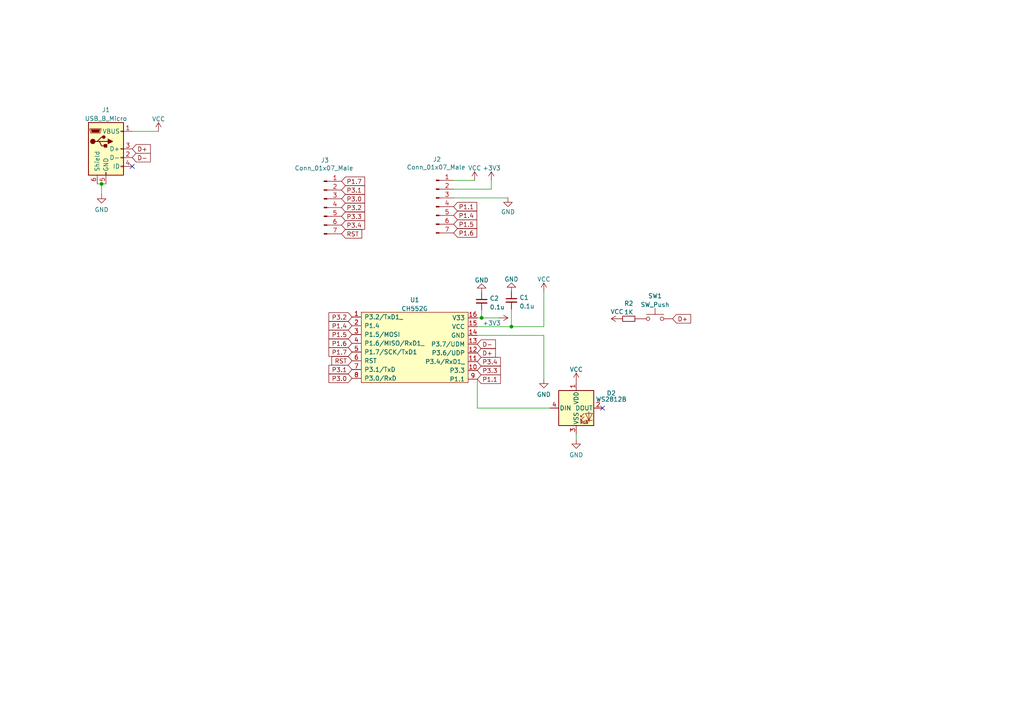
<source format=kicad_sch>
(kicad_sch (version 20211123) (generator eeschema)

  (uuid e63e39d7-6ac0-4ffd-8aa3-1841a4541b55)

  (paper "A4")

  (lib_symbols
    (symbol "CH55X:CH552G" (pin_names (offset 1.016)) (in_bom yes) (on_board yes)
      (property "Reference" "U" (id 0) (at 0 -1.27 0)
        (effects (font (size 1.27 1.27)))
      )
      (property "Value" "CH552G" (id 1) (at -5.08 -1.27 0)
        (effects (font (size 1.27 1.27)))
      )
      (property "Footprint" "Package_SO:SOIC-16_4.55x10.3mm_P1.27mm" (id 2) (at 0 -1.27 0)
        (effects (font (size 1.27 1.27)) hide)
      )
      (property "Datasheet" "" (id 3) (at 0 -1.27 0)
        (effects (font (size 1.27 1.27)) hide)
      )
      (symbol "CH552G_0_1"
        (rectangle (start -4.953 20.447) (end 26.035 0)
          (stroke (width 0) (type default) (color 0 0 0 0))
          (fill (type background))
        )
      )
      (symbol "CH552G_1_1"
        (pin bidirectional line (at -7.62 19.05 0) (length 2.54)
          (name "P3.2/TxD1_" (effects (font (size 1.27 1.27))))
          (number "1" (effects (font (size 1.27 1.27))))
        )
        (pin bidirectional line (at 28.702 3.556 180) (length 2.54)
          (name "P3.3" (effects (font (size 1.27 1.27))))
          (number "10" (effects (font (size 1.27 1.27))))
        )
        (pin bidirectional line (at 28.702 6.096 180) (length 2.54)
          (name "P3.4/RxD1_" (effects (font (size 1.27 1.27))))
          (number "11" (effects (font (size 1.27 1.27))))
        )
        (pin input line (at 28.702 8.636 180) (length 2.54)
          (name "P3.6/UDP" (effects (font (size 1.27 1.27))))
          (number "12" (effects (font (size 1.27 1.27))))
        )
        (pin input line (at 28.702 11.176 180) (length 2.54)
          (name "P3.7/UDM" (effects (font (size 1.27 1.27))))
          (number "13" (effects (font (size 1.27 1.27))))
        )
        (pin power_out line (at 28.702 13.716 180) (length 2.54)
          (name "GND" (effects (font (size 1.27 1.27))))
          (number "14" (effects (font (size 1.27 1.27))))
        )
        (pin power_in line (at 28.702 16.256 180) (length 2.54)
          (name "VCC" (effects (font (size 1.27 1.27))))
          (number "15" (effects (font (size 1.27 1.27))))
        )
        (pin power_in line (at 28.702 18.796 180) (length 2.54)
          (name "V33" (effects (font (size 1.27 1.27))))
          (number "16" (effects (font (size 1.27 1.27))))
        )
        (pin bidirectional line (at -7.62 16.51 0) (length 2.54)
          (name "P1.4" (effects (font (size 1.27 1.27))))
          (number "2" (effects (font (size 1.27 1.27))))
        )
        (pin bidirectional line (at -7.62 13.97 0) (length 2.54)
          (name "P1.5/MOSI" (effects (font (size 1.27 1.27))))
          (number "3" (effects (font (size 1.27 1.27))))
        )
        (pin bidirectional line (at -7.62 11.43 0) (length 2.54)
          (name "P1.6/MISO/RxD1_" (effects (font (size 1.27 1.27))))
          (number "4" (effects (font (size 1.27 1.27))))
        )
        (pin bidirectional line (at -7.62 8.89 0) (length 2.54)
          (name "P1.7/SCK/TxD1" (effects (font (size 1.27 1.27))))
          (number "5" (effects (font (size 1.27 1.27))))
        )
        (pin input line (at -7.62 6.35 0) (length 2.54)
          (name "RST" (effects (font (size 1.27 1.27))))
          (number "6" (effects (font (size 1.27 1.27))))
        )
        (pin bidirectional line (at -7.62 3.81 0) (length 2.54)
          (name "P3.1/TxD" (effects (font (size 1.27 1.27))))
          (number "7" (effects (font (size 1.27 1.27))))
        )
        (pin bidirectional line (at -7.62 1.27 0) (length 2.54)
          (name "P3.0/RxD" (effects (font (size 1.27 1.27))))
          (number "8" (effects (font (size 1.27 1.27))))
        )
        (pin bidirectional line (at 28.702 1.016 180) (length 2.54)
          (name "P1.1" (effects (font (size 1.27 1.27))))
          (number "9" (effects (font (size 1.27 1.27))))
        )
      )
    )
    (symbol "Connector:Conn_01x07_Male" (pin_names (offset 1.016) hide) (in_bom yes) (on_board yes)
      (property "Reference" "J" (id 0) (at 0 10.16 0)
        (effects (font (size 1.27 1.27)))
      )
      (property "Value" "Conn_01x07_Male" (id 1) (at 0 -10.16 0)
        (effects (font (size 1.27 1.27)))
      )
      (property "Footprint" "" (id 2) (at 0 0 0)
        (effects (font (size 1.27 1.27)) hide)
      )
      (property "Datasheet" "~" (id 3) (at 0 0 0)
        (effects (font (size 1.27 1.27)) hide)
      )
      (property "ki_keywords" "connector" (id 4) (at 0 0 0)
        (effects (font (size 1.27 1.27)) hide)
      )
      (property "ki_description" "Generic connector, single row, 01x07, script generated (kicad-library-utils/schlib/autogen/connector/)" (id 5) (at 0 0 0)
        (effects (font (size 1.27 1.27)) hide)
      )
      (property "ki_fp_filters" "Connector*:*_1x??_*" (id 6) (at 0 0 0)
        (effects (font (size 1.27 1.27)) hide)
      )
      (symbol "Conn_01x07_Male_1_1"
        (polyline
          (pts
            (xy 1.27 -7.62)
            (xy 0.8636 -7.62)
          )
          (stroke (width 0.1524) (type default) (color 0 0 0 0))
          (fill (type none))
        )
        (polyline
          (pts
            (xy 1.27 -5.08)
            (xy 0.8636 -5.08)
          )
          (stroke (width 0.1524) (type default) (color 0 0 0 0))
          (fill (type none))
        )
        (polyline
          (pts
            (xy 1.27 -2.54)
            (xy 0.8636 -2.54)
          )
          (stroke (width 0.1524) (type default) (color 0 0 0 0))
          (fill (type none))
        )
        (polyline
          (pts
            (xy 1.27 0)
            (xy 0.8636 0)
          )
          (stroke (width 0.1524) (type default) (color 0 0 0 0))
          (fill (type none))
        )
        (polyline
          (pts
            (xy 1.27 2.54)
            (xy 0.8636 2.54)
          )
          (stroke (width 0.1524) (type default) (color 0 0 0 0))
          (fill (type none))
        )
        (polyline
          (pts
            (xy 1.27 5.08)
            (xy 0.8636 5.08)
          )
          (stroke (width 0.1524) (type default) (color 0 0 0 0))
          (fill (type none))
        )
        (polyline
          (pts
            (xy 1.27 7.62)
            (xy 0.8636 7.62)
          )
          (stroke (width 0.1524) (type default) (color 0 0 0 0))
          (fill (type none))
        )
        (rectangle (start 0.8636 -7.493) (end 0 -7.747)
          (stroke (width 0.1524) (type default) (color 0 0 0 0))
          (fill (type outline))
        )
        (rectangle (start 0.8636 -4.953) (end 0 -5.207)
          (stroke (width 0.1524) (type default) (color 0 0 0 0))
          (fill (type outline))
        )
        (rectangle (start 0.8636 -2.413) (end 0 -2.667)
          (stroke (width 0.1524) (type default) (color 0 0 0 0))
          (fill (type outline))
        )
        (rectangle (start 0.8636 0.127) (end 0 -0.127)
          (stroke (width 0.1524) (type default) (color 0 0 0 0))
          (fill (type outline))
        )
        (rectangle (start 0.8636 2.667) (end 0 2.413)
          (stroke (width 0.1524) (type default) (color 0 0 0 0))
          (fill (type outline))
        )
        (rectangle (start 0.8636 5.207) (end 0 4.953)
          (stroke (width 0.1524) (type default) (color 0 0 0 0))
          (fill (type outline))
        )
        (rectangle (start 0.8636 7.747) (end 0 7.493)
          (stroke (width 0.1524) (type default) (color 0 0 0 0))
          (fill (type outline))
        )
        (pin passive line (at 5.08 7.62 180) (length 3.81)
          (name "Pin_1" (effects (font (size 1.27 1.27))))
          (number "1" (effects (font (size 1.27 1.27))))
        )
        (pin passive line (at 5.08 5.08 180) (length 3.81)
          (name "Pin_2" (effects (font (size 1.27 1.27))))
          (number "2" (effects (font (size 1.27 1.27))))
        )
        (pin passive line (at 5.08 2.54 180) (length 3.81)
          (name "Pin_3" (effects (font (size 1.27 1.27))))
          (number "3" (effects (font (size 1.27 1.27))))
        )
        (pin passive line (at 5.08 0 180) (length 3.81)
          (name "Pin_4" (effects (font (size 1.27 1.27))))
          (number "4" (effects (font (size 1.27 1.27))))
        )
        (pin passive line (at 5.08 -2.54 180) (length 3.81)
          (name "Pin_5" (effects (font (size 1.27 1.27))))
          (number "5" (effects (font (size 1.27 1.27))))
        )
        (pin passive line (at 5.08 -5.08 180) (length 3.81)
          (name "Pin_6" (effects (font (size 1.27 1.27))))
          (number "6" (effects (font (size 1.27 1.27))))
        )
        (pin passive line (at 5.08 -7.62 180) (length 3.81)
          (name "Pin_7" (effects (font (size 1.27 1.27))))
          (number "7" (effects (font (size 1.27 1.27))))
        )
      )
    )
    (symbol "Connector:USB_B_Micro" (pin_names (offset 1.016)) (in_bom yes) (on_board yes)
      (property "Reference" "J" (id 0) (at -5.08 11.43 0)
        (effects (font (size 1.27 1.27)) (justify left))
      )
      (property "Value" "USB_B_Micro" (id 1) (at -5.08 8.89 0)
        (effects (font (size 1.27 1.27)) (justify left))
      )
      (property "Footprint" "" (id 2) (at 3.81 -1.27 0)
        (effects (font (size 1.27 1.27)) hide)
      )
      (property "Datasheet" "~" (id 3) (at 3.81 -1.27 0)
        (effects (font (size 1.27 1.27)) hide)
      )
      (property "ki_keywords" "connector USB micro" (id 4) (at 0 0 0)
        (effects (font (size 1.27 1.27)) hide)
      )
      (property "ki_description" "USB Micro Type B connector" (id 5) (at 0 0 0)
        (effects (font (size 1.27 1.27)) hide)
      )
      (property "ki_fp_filters" "USB*" (id 6) (at 0 0 0)
        (effects (font (size 1.27 1.27)) hide)
      )
      (symbol "USB_B_Micro_0_1"
        (rectangle (start -5.08 -7.62) (end 5.08 7.62)
          (stroke (width 0.254) (type default) (color 0 0 0 0))
          (fill (type background))
        )
        (circle (center -3.81 2.159) (radius 0.635)
          (stroke (width 0.254) (type default) (color 0 0 0 0))
          (fill (type outline))
        )
        (circle (center -0.635 3.429) (radius 0.381)
          (stroke (width 0.254) (type default) (color 0 0 0 0))
          (fill (type outline))
        )
        (rectangle (start -0.127 -7.62) (end 0.127 -6.858)
          (stroke (width 0) (type default) (color 0 0 0 0))
          (fill (type none))
        )
        (polyline
          (pts
            (xy -1.905 2.159)
            (xy 0.635 2.159)
          )
          (stroke (width 0.254) (type default) (color 0 0 0 0))
          (fill (type none))
        )
        (polyline
          (pts
            (xy -3.175 2.159)
            (xy -2.54 2.159)
            (xy -1.27 3.429)
            (xy -0.635 3.429)
          )
          (stroke (width 0.254) (type default) (color 0 0 0 0))
          (fill (type none))
        )
        (polyline
          (pts
            (xy -2.54 2.159)
            (xy -1.905 2.159)
            (xy -1.27 0.889)
            (xy 0 0.889)
          )
          (stroke (width 0.254) (type default) (color 0 0 0 0))
          (fill (type none))
        )
        (polyline
          (pts
            (xy 0.635 2.794)
            (xy 0.635 1.524)
            (xy 1.905 2.159)
            (xy 0.635 2.794)
          )
          (stroke (width 0.254) (type default) (color 0 0 0 0))
          (fill (type outline))
        )
        (polyline
          (pts
            (xy -4.318 5.588)
            (xy -1.778 5.588)
            (xy -2.032 4.826)
            (xy -4.064 4.826)
            (xy -4.318 5.588)
          )
          (stroke (width 0) (type default) (color 0 0 0 0))
          (fill (type outline))
        )
        (polyline
          (pts
            (xy -4.699 5.842)
            (xy -4.699 5.588)
            (xy -4.445 4.826)
            (xy -4.445 4.572)
            (xy -1.651 4.572)
            (xy -1.651 4.826)
            (xy -1.397 5.588)
            (xy -1.397 5.842)
            (xy -4.699 5.842)
          )
          (stroke (width 0) (type default) (color 0 0 0 0))
          (fill (type none))
        )
        (rectangle (start 0.254 1.27) (end -0.508 0.508)
          (stroke (width 0.254) (type default) (color 0 0 0 0))
          (fill (type outline))
        )
        (rectangle (start 5.08 -5.207) (end 4.318 -4.953)
          (stroke (width 0) (type default) (color 0 0 0 0))
          (fill (type none))
        )
        (rectangle (start 5.08 -2.667) (end 4.318 -2.413)
          (stroke (width 0) (type default) (color 0 0 0 0))
          (fill (type none))
        )
        (rectangle (start 5.08 -0.127) (end 4.318 0.127)
          (stroke (width 0) (type default) (color 0 0 0 0))
          (fill (type none))
        )
        (rectangle (start 5.08 4.953) (end 4.318 5.207)
          (stroke (width 0) (type default) (color 0 0 0 0))
          (fill (type none))
        )
      )
      (symbol "USB_B_Micro_1_1"
        (pin power_out line (at 7.62 5.08 180) (length 2.54)
          (name "VBUS" (effects (font (size 1.27 1.27))))
          (number "1" (effects (font (size 1.27 1.27))))
        )
        (pin bidirectional line (at 7.62 -2.54 180) (length 2.54)
          (name "D-" (effects (font (size 1.27 1.27))))
          (number "2" (effects (font (size 1.27 1.27))))
        )
        (pin bidirectional line (at 7.62 0 180) (length 2.54)
          (name "D+" (effects (font (size 1.27 1.27))))
          (number "3" (effects (font (size 1.27 1.27))))
        )
        (pin passive line (at 7.62 -5.08 180) (length 2.54)
          (name "ID" (effects (font (size 1.27 1.27))))
          (number "4" (effects (font (size 1.27 1.27))))
        )
        (pin power_out line (at 0 -10.16 90) (length 2.54)
          (name "GND" (effects (font (size 1.27 1.27))))
          (number "5" (effects (font (size 1.27 1.27))))
        )
        (pin passive line (at -2.54 -10.16 90) (length 2.54)
          (name "Shield" (effects (font (size 1.27 1.27))))
          (number "6" (effects (font (size 1.27 1.27))))
        )
      )
    )
    (symbol "Device:C_Small" (pin_numbers hide) (pin_names (offset 0.254) hide) (in_bom yes) (on_board yes)
      (property "Reference" "C" (id 0) (at 0.254 1.778 0)
        (effects (font (size 1.27 1.27)) (justify left))
      )
      (property "Value" "C_Small" (id 1) (at 0.254 -2.032 0)
        (effects (font (size 1.27 1.27)) (justify left))
      )
      (property "Footprint" "" (id 2) (at 0 0 0)
        (effects (font (size 1.27 1.27)) hide)
      )
      (property "Datasheet" "~" (id 3) (at 0 0 0)
        (effects (font (size 1.27 1.27)) hide)
      )
      (property "ki_keywords" "capacitor cap" (id 4) (at 0 0 0)
        (effects (font (size 1.27 1.27)) hide)
      )
      (property "ki_description" "Unpolarized capacitor, small symbol" (id 5) (at 0 0 0)
        (effects (font (size 1.27 1.27)) hide)
      )
      (property "ki_fp_filters" "C_*" (id 6) (at 0 0 0)
        (effects (font (size 1.27 1.27)) hide)
      )
      (symbol "C_Small_0_1"
        (polyline
          (pts
            (xy -1.524 -0.508)
            (xy 1.524 -0.508)
          )
          (stroke (width 0.3302) (type default) (color 0 0 0 0))
          (fill (type none))
        )
        (polyline
          (pts
            (xy -1.524 0.508)
            (xy 1.524 0.508)
          )
          (stroke (width 0.3048) (type default) (color 0 0 0 0))
          (fill (type none))
        )
      )
      (symbol "C_Small_1_1"
        (pin passive line (at 0 2.54 270) (length 2.032)
          (name "~" (effects (font (size 1.27 1.27))))
          (number "1" (effects (font (size 1.27 1.27))))
        )
        (pin passive line (at 0 -2.54 90) (length 2.032)
          (name "~" (effects (font (size 1.27 1.27))))
          (number "2" (effects (font (size 1.27 1.27))))
        )
      )
    )
    (symbol "Device:R_Small" (pin_numbers hide) (pin_names (offset 0.254) hide) (in_bom yes) (on_board yes)
      (property "Reference" "R" (id 0) (at 0.762 0.508 0)
        (effects (font (size 1.27 1.27)) (justify left))
      )
      (property "Value" "R_Small" (id 1) (at 0.762 -1.016 0)
        (effects (font (size 1.27 1.27)) (justify left))
      )
      (property "Footprint" "" (id 2) (at 0 0 0)
        (effects (font (size 1.27 1.27)) hide)
      )
      (property "Datasheet" "~" (id 3) (at 0 0 0)
        (effects (font (size 1.27 1.27)) hide)
      )
      (property "ki_keywords" "R resistor" (id 4) (at 0 0 0)
        (effects (font (size 1.27 1.27)) hide)
      )
      (property "ki_description" "Resistor, small symbol" (id 5) (at 0 0 0)
        (effects (font (size 1.27 1.27)) hide)
      )
      (property "ki_fp_filters" "R_*" (id 6) (at 0 0 0)
        (effects (font (size 1.27 1.27)) hide)
      )
      (symbol "R_Small_0_1"
        (rectangle (start -0.762 1.778) (end 0.762 -1.778)
          (stroke (width 0.2032) (type default) (color 0 0 0 0))
          (fill (type none))
        )
      )
      (symbol "R_Small_1_1"
        (pin passive line (at 0 2.54 270) (length 0.762)
          (name "~" (effects (font (size 1.27 1.27))))
          (number "1" (effects (font (size 1.27 1.27))))
        )
        (pin passive line (at 0 -2.54 90) (length 0.762)
          (name "~" (effects (font (size 1.27 1.27))))
          (number "2" (effects (font (size 1.27 1.27))))
        )
      )
    )
    (symbol "LED:WS2812B" (pin_names (offset 0.254)) (in_bom yes) (on_board yes)
      (property "Reference" "D" (id 0) (at 5.08 5.715 0)
        (effects (font (size 1.27 1.27)) (justify right bottom))
      )
      (property "Value" "WS2812B" (id 1) (at 1.27 -5.715 0)
        (effects (font (size 1.27 1.27)) (justify left top))
      )
      (property "Footprint" "LED_SMD:LED_WS2812B_PLCC4_5.0x5.0mm_P3.2mm" (id 2) (at 1.27 -7.62 0)
        (effects (font (size 1.27 1.27)) (justify left top) hide)
      )
      (property "Datasheet" "https://cdn-shop.adafruit.com/datasheets/WS2812B.pdf" (id 3) (at 2.54 -9.525 0)
        (effects (font (size 1.27 1.27)) (justify left top) hide)
      )
      (property "ki_keywords" "RGB LED NeoPixel addressable" (id 4) (at 0 0 0)
        (effects (font (size 1.27 1.27)) hide)
      )
      (property "ki_description" "RGB LED with integrated controller" (id 5) (at 0 0 0)
        (effects (font (size 1.27 1.27)) hide)
      )
      (property "ki_fp_filters" "LED*WS2812*PLCC*5.0x5.0mm*P3.2mm*" (id 6) (at 0 0 0)
        (effects (font (size 1.27 1.27)) hide)
      )
      (symbol "WS2812B_0_0"
        (text "RGB" (at 2.286 -4.191 0)
          (effects (font (size 0.762 0.762)))
        )
      )
      (symbol "WS2812B_0_1"
        (polyline
          (pts
            (xy 1.27 -3.556)
            (xy 1.778 -3.556)
          )
          (stroke (width 0) (type default) (color 0 0 0 0))
          (fill (type none))
        )
        (polyline
          (pts
            (xy 1.27 -2.54)
            (xy 1.778 -2.54)
          )
          (stroke (width 0) (type default) (color 0 0 0 0))
          (fill (type none))
        )
        (polyline
          (pts
            (xy 4.699 -3.556)
            (xy 2.667 -3.556)
          )
          (stroke (width 0) (type default) (color 0 0 0 0))
          (fill (type none))
        )
        (polyline
          (pts
            (xy 2.286 -2.54)
            (xy 1.27 -3.556)
            (xy 1.27 -3.048)
          )
          (stroke (width 0) (type default) (color 0 0 0 0))
          (fill (type none))
        )
        (polyline
          (pts
            (xy 2.286 -1.524)
            (xy 1.27 -2.54)
            (xy 1.27 -2.032)
          )
          (stroke (width 0) (type default) (color 0 0 0 0))
          (fill (type none))
        )
        (polyline
          (pts
            (xy 3.683 -1.016)
            (xy 3.683 -3.556)
            (xy 3.683 -4.064)
          )
          (stroke (width 0) (type default) (color 0 0 0 0))
          (fill (type none))
        )
        (polyline
          (pts
            (xy 4.699 -1.524)
            (xy 2.667 -1.524)
            (xy 3.683 -3.556)
            (xy 4.699 -1.524)
          )
          (stroke (width 0) (type default) (color 0 0 0 0))
          (fill (type none))
        )
        (rectangle (start 5.08 5.08) (end -5.08 -5.08)
          (stroke (width 0.254) (type default) (color 0 0 0 0))
          (fill (type background))
        )
      )
      (symbol "WS2812B_1_1"
        (pin power_in line (at 0 7.62 270) (length 2.54)
          (name "VDD" (effects (font (size 1.27 1.27))))
          (number "1" (effects (font (size 1.27 1.27))))
        )
        (pin output line (at 7.62 0 180) (length 2.54)
          (name "DOUT" (effects (font (size 1.27 1.27))))
          (number "2" (effects (font (size 1.27 1.27))))
        )
        (pin power_in line (at 0 -7.62 90) (length 2.54)
          (name "VSS" (effects (font (size 1.27 1.27))))
          (number "3" (effects (font (size 1.27 1.27))))
        )
        (pin input line (at -7.62 0 0) (length 2.54)
          (name "DIN" (effects (font (size 1.27 1.27))))
          (number "4" (effects (font (size 1.27 1.27))))
        )
      )
    )
    (symbol "Switch:SW_Push" (pin_numbers hide) (pin_names (offset 1.016) hide) (in_bom yes) (on_board yes)
      (property "Reference" "SW" (id 0) (at 1.27 2.54 0)
        (effects (font (size 1.27 1.27)) (justify left))
      )
      (property "Value" "SW_Push" (id 1) (at 0 -1.524 0)
        (effects (font (size 1.27 1.27)))
      )
      (property "Footprint" "" (id 2) (at 0 5.08 0)
        (effects (font (size 1.27 1.27)) hide)
      )
      (property "Datasheet" "~" (id 3) (at 0 5.08 0)
        (effects (font (size 1.27 1.27)) hide)
      )
      (property "ki_keywords" "switch normally-open pushbutton push-button" (id 4) (at 0 0 0)
        (effects (font (size 1.27 1.27)) hide)
      )
      (property "ki_description" "Push button switch, generic, two pins" (id 5) (at 0 0 0)
        (effects (font (size 1.27 1.27)) hide)
      )
      (symbol "SW_Push_0_1"
        (circle (center -2.032 0) (radius 0.508)
          (stroke (width 0) (type default) (color 0 0 0 0))
          (fill (type none))
        )
        (polyline
          (pts
            (xy 0 1.27)
            (xy 0 3.048)
          )
          (stroke (width 0) (type default) (color 0 0 0 0))
          (fill (type none))
        )
        (polyline
          (pts
            (xy 2.54 1.27)
            (xy -2.54 1.27)
          )
          (stroke (width 0) (type default) (color 0 0 0 0))
          (fill (type none))
        )
        (circle (center 2.032 0) (radius 0.508)
          (stroke (width 0) (type default) (color 0 0 0 0))
          (fill (type none))
        )
        (pin passive line (at -5.08 0 0) (length 2.54)
          (name "1" (effects (font (size 1.27 1.27))))
          (number "1" (effects (font (size 1.27 1.27))))
        )
        (pin passive line (at 5.08 0 180) (length 2.54)
          (name "2" (effects (font (size 1.27 1.27))))
          (number "2" (effects (font (size 1.27 1.27))))
        )
      )
    )
    (symbol "power:+3V3" (power) (pin_names (offset 0)) (in_bom yes) (on_board yes)
      (property "Reference" "#PWR" (id 0) (at 0 -3.81 0)
        (effects (font (size 1.27 1.27)) hide)
      )
      (property "Value" "+3V3" (id 1) (at 0 3.556 0)
        (effects (font (size 1.27 1.27)))
      )
      (property "Footprint" "" (id 2) (at 0 0 0)
        (effects (font (size 1.27 1.27)) hide)
      )
      (property "Datasheet" "" (id 3) (at 0 0 0)
        (effects (font (size 1.27 1.27)) hide)
      )
      (property "ki_keywords" "power-flag" (id 4) (at 0 0 0)
        (effects (font (size 1.27 1.27)) hide)
      )
      (property "ki_description" "Power symbol creates a global label with name \"+3V3\"" (id 5) (at 0 0 0)
        (effects (font (size 1.27 1.27)) hide)
      )
      (symbol "+3V3_0_1"
        (polyline
          (pts
            (xy -0.762 1.27)
            (xy 0 2.54)
          )
          (stroke (width 0) (type default) (color 0 0 0 0))
          (fill (type none))
        )
        (polyline
          (pts
            (xy 0 0)
            (xy 0 2.54)
          )
          (stroke (width 0) (type default) (color 0 0 0 0))
          (fill (type none))
        )
        (polyline
          (pts
            (xy 0 2.54)
            (xy 0.762 1.27)
          )
          (stroke (width 0) (type default) (color 0 0 0 0))
          (fill (type none))
        )
      )
      (symbol "+3V3_1_1"
        (pin power_in line (at 0 0 90) (length 0) hide
          (name "+3V3" (effects (font (size 1.27 1.27))))
          (number "1" (effects (font (size 1.27 1.27))))
        )
      )
    )
    (symbol "power:GND" (power) (pin_names (offset 0)) (in_bom yes) (on_board yes)
      (property "Reference" "#PWR" (id 0) (at 0 -6.35 0)
        (effects (font (size 1.27 1.27)) hide)
      )
      (property "Value" "GND" (id 1) (at 0 -3.81 0)
        (effects (font (size 1.27 1.27)))
      )
      (property "Footprint" "" (id 2) (at 0 0 0)
        (effects (font (size 1.27 1.27)) hide)
      )
      (property "Datasheet" "" (id 3) (at 0 0 0)
        (effects (font (size 1.27 1.27)) hide)
      )
      (property "ki_keywords" "power-flag" (id 4) (at 0 0 0)
        (effects (font (size 1.27 1.27)) hide)
      )
      (property "ki_description" "Power symbol creates a global label with name \"GND\" , ground" (id 5) (at 0 0 0)
        (effects (font (size 1.27 1.27)) hide)
      )
      (symbol "GND_0_1"
        (polyline
          (pts
            (xy 0 0)
            (xy 0 -1.27)
            (xy 1.27 -1.27)
            (xy 0 -2.54)
            (xy -1.27 -1.27)
            (xy 0 -1.27)
          )
          (stroke (width 0) (type default) (color 0 0 0 0))
          (fill (type none))
        )
      )
      (symbol "GND_1_1"
        (pin power_in line (at 0 0 270) (length 0) hide
          (name "GND" (effects (font (size 1.27 1.27))))
          (number "1" (effects (font (size 1.27 1.27))))
        )
      )
    )
    (symbol "power:VCC" (power) (pin_names (offset 0)) (in_bom yes) (on_board yes)
      (property "Reference" "#PWR" (id 0) (at 0 -3.81 0)
        (effects (font (size 1.27 1.27)) hide)
      )
      (property "Value" "VCC" (id 1) (at 0 3.81 0)
        (effects (font (size 1.27 1.27)))
      )
      (property "Footprint" "" (id 2) (at 0 0 0)
        (effects (font (size 1.27 1.27)) hide)
      )
      (property "Datasheet" "" (id 3) (at 0 0 0)
        (effects (font (size 1.27 1.27)) hide)
      )
      (property "ki_keywords" "power-flag" (id 4) (at 0 0 0)
        (effects (font (size 1.27 1.27)) hide)
      )
      (property "ki_description" "Power symbol creates a global label with name \"VCC\"" (id 5) (at 0 0 0)
        (effects (font (size 1.27 1.27)) hide)
      )
      (symbol "VCC_0_1"
        (polyline
          (pts
            (xy -0.762 1.27)
            (xy 0 2.54)
          )
          (stroke (width 0) (type default) (color 0 0 0 0))
          (fill (type none))
        )
        (polyline
          (pts
            (xy 0 0)
            (xy 0 2.54)
          )
          (stroke (width 0) (type default) (color 0 0 0 0))
          (fill (type none))
        )
        (polyline
          (pts
            (xy 0 2.54)
            (xy 0.762 1.27)
          )
          (stroke (width 0) (type default) (color 0 0 0 0))
          (fill (type none))
        )
      )
      (symbol "VCC_1_1"
        (pin power_in line (at 0 0 90) (length 0) hide
          (name "VCC" (effects (font (size 1.27 1.27))))
          (number "1" (effects (font (size 1.27 1.27))))
        )
      )
    )
  )

  (junction (at 139.7 92.202) (diameter 0) (color 0 0 0 0)
    (uuid 1efed246-338b-452b-8a44-817284d60917)
  )
  (junction (at 29.464 53.34) (diameter 0) (color 0 0 0 0)
    (uuid 3c467d87-e7e4-4506-a99e-a2e098c9955e)
  )
  (junction (at 148.336 94.742) (diameter 0) (color 0 0 0 0)
    (uuid af912fc5-d44f-44f3-9ebd-b5b59749a5c7)
  )

  (no_connect (at 174.752 118.364) (uuid 18478180-447d-452f-8e2f-8ad7864dabbc))
  (no_connect (at 38.354 48.26) (uuid d82b22d2-c3f7-48d1-89f4-2bf0ae68d1b5))

  (wire (pts (xy 157.734 84.582) (xy 157.734 94.742))
    (stroke (width 0) (type default) (color 0 0 0 0))
    (uuid 149053d6-5403-4776-803f-b7bc1c19163c)
  )
  (wire (pts (xy 147.32 57.404) (xy 131.572 57.404))
    (stroke (width 0) (type default) (color 0 0 0 0))
    (uuid 2a44a067-2ee4-41be-81bb-14603465b8f4)
  )
  (wire (pts (xy 144.78 92.202) (xy 139.7 92.202))
    (stroke (width 0) (type default) (color 0 0 0 0))
    (uuid 347d8b11-7692-4e77-9927-b15d1c89a76f)
  )
  (wire (pts (xy 157.734 97.282) (xy 157.734 109.982))
    (stroke (width 0) (type default) (color 0 0 0 0))
    (uuid 3cd2897b-5d64-4521-ae1d-9386d771ca36)
  )
  (wire (pts (xy 28.194 53.34) (xy 29.464 53.34))
    (stroke (width 0) (type default) (color 0 0 0 0))
    (uuid 3f5cba1b-0246-4b52-b71b-09a9d1f03234)
  )
  (wire (pts (xy 157.734 94.742) (xy 148.336 94.742))
    (stroke (width 0) (type default) (color 0 0 0 0))
    (uuid 4058c89a-c753-40c7-b5b2-f4b62c14332e)
  )
  (wire (pts (xy 137.668 52.324) (xy 131.572 52.324))
    (stroke (width 0) (type default) (color 0 0 0 0))
    (uuid 5aef271f-d17e-4426-8c7b-23aeab63ae18)
  )
  (wire (pts (xy 138.43 97.282) (xy 157.734 97.282))
    (stroke (width 0) (type default) (color 0 0 0 0))
    (uuid 686602d1-c90c-441b-a7ad-178c958b19f6)
  )
  (wire (pts (xy 131.572 54.864) (xy 142.494 54.864))
    (stroke (width 0) (type default) (color 0 0 0 0))
    (uuid 83b7baf0-0c7c-4f90-ab77-f2a3ba32dc7b)
  )
  (wire (pts (xy 138.43 118.364) (xy 159.512 118.364))
    (stroke (width 0) (type default) (color 0 0 0 0))
    (uuid 96ca84c5-f5e4-4952-9280-357fb06f3a9e)
  )
  (wire (pts (xy 142.494 54.864) (xy 142.494 52.324))
    (stroke (width 0) (type default) (color 0 0 0 0))
    (uuid 97b16cf7-7dbd-4bd6-902f-1314daebf6d7)
  )
  (wire (pts (xy 29.464 53.34) (xy 30.734 53.34))
    (stroke (width 0) (type default) (color 0 0 0 0))
    (uuid a4723c3f-1aff-4a5c-bc6b-2f55393e4565)
  )
  (wire (pts (xy 138.43 94.742) (xy 148.336 94.742))
    (stroke (width 0) (type default) (color 0 0 0 0))
    (uuid aa1dc0d6-d30c-474c-a9f3-afcf96bfe874)
  )
  (wire (pts (xy 29.464 56.388) (xy 29.464 53.34))
    (stroke (width 0) (type default) (color 0 0 0 0))
    (uuid bc9a88eb-7ad1-4d7a-9610-a5093eafc3bd)
  )
  (wire (pts (xy 138.43 92.202) (xy 139.7 92.202))
    (stroke (width 0) (type default) (color 0 0 0 0))
    (uuid c677718b-9407-445c-a3d3-62f167614373)
  )
  (wire (pts (xy 167.132 127.508) (xy 167.132 125.984))
    (stroke (width 0) (type default) (color 0 0 0 0))
    (uuid ccd744c0-aa52-44fe-9b04-133be3197f9c)
  )
  (wire (pts (xy 148.336 94.742) (xy 148.336 89.662))
    (stroke (width 0) (type default) (color 0 0 0 0))
    (uuid eceed260-0d67-463e-aa80-277ba0f26bd6)
  )
  (wire (pts (xy 138.43 109.982) (xy 138.43 118.364))
    (stroke (width 0) (type default) (color 0 0 0 0))
    (uuid f3b8edd6-3c30-4565-93a8-469298718fe0)
  )
  (wire (pts (xy 45.974 38.1) (xy 38.354 38.1))
    (stroke (width 0) (type default) (color 0 0 0 0))
    (uuid f4bbe9de-1201-4d3c-a951-1a8958272d46)
  )
  (wire (pts (xy 139.7 92.202) (xy 139.7 89.916))
    (stroke (width 0) (type default) (color 0 0 0 0))
    (uuid fd311f42-7425-41c1-bae6-c105041aaddf)
  )

  (global_label "D-" (shape input) (at 138.43 99.822 0) (fields_autoplaced)
    (effects (font (size 1.27 1.27)) (justify left))
    (uuid 1956cb96-e1a4-4c99-8779-f36d1da9b478)
    (property "Intersheet References" "${INTERSHEET_REFS}" (id 0) (at 143.6855 99.7426 0)
      (effects (font (size 1.27 1.27)) (justify left) hide)
    )
  )
  (global_label "P1.4" (shape input) (at 102.108 94.488 180) (fields_autoplaced)
    (effects (font (size 1.27 1.27)) (justify right))
    (uuid 1b199ffe-8142-47b3-b083-0e1594360431)
    (property "Intersheet References" "${INTERSHEET_REFS}" (id 0) (at 95.4011 94.4086 0)
      (effects (font (size 1.27 1.27)) (justify right) hide)
    )
  )
  (global_label "P1.4" (shape input) (at 131.572 62.484 0) (fields_autoplaced)
    (effects (font (size 1.27 1.27)) (justify left))
    (uuid 1fba3421-fb63-4daf-ab2c-992320baaeff)
    (property "Intersheet References" "${INTERSHEET_REFS}" (id 0) (at 138.2789 62.5634 0)
      (effects (font (size 1.27 1.27)) (justify left) hide)
    )
  )
  (global_label "D+" (shape input) (at 195.072 92.456 0) (fields_autoplaced)
    (effects (font (size 1.27 1.27)) (justify left))
    (uuid 2058882d-164f-4f39-a386-d5965a0a10c8)
    (property "Intersheet References" "${INTERSHEET_REFS}" (id 0) (at 200.3275 92.3766 0)
      (effects (font (size 1.27 1.27)) (justify left) hide)
    )
  )
  (global_label "P1.7" (shape input) (at 102.108 102.108 180) (fields_autoplaced)
    (effects (font (size 1.27 1.27)) (justify right))
    (uuid 235287ef-436d-434d-82ca-17cec05b8150)
    (property "Intersheet References" "${INTERSHEET_REFS}" (id 0) (at 95.4011 102.1874 0)
      (effects (font (size 1.27 1.27)) (justify right) hide)
    )
  )
  (global_label "P1.1" (shape input) (at 131.572 59.944 0) (fields_autoplaced)
    (effects (font (size 1.27 1.27)) (justify left))
    (uuid 2c803490-b5c0-4941-8575-879a8af88c1c)
    (property "Intersheet References" "${INTERSHEET_REFS}" (id 0) (at 138.2789 59.8646 0)
      (effects (font (size 1.27 1.27)) (justify left) hide)
    )
  )
  (global_label "P1.5" (shape input) (at 131.572 65.024 0) (fields_autoplaced)
    (effects (font (size 1.27 1.27)) (justify left))
    (uuid 2ff36cde-e538-43f5-85cb-de0400500002)
    (property "Intersheet References" "${INTERSHEET_REFS}" (id 0) (at 138.2789 65.1034 0)
      (effects (font (size 1.27 1.27)) (justify left) hide)
    )
  )
  (global_label "P3.1" (shape input) (at 99.06 55.118 0) (fields_autoplaced)
    (effects (font (size 1.27 1.27)) (justify left))
    (uuid 53883b6b-a35a-4cf0-98f9-222d82f8e380)
    (property "Intersheet References" "${INTERSHEET_REFS}" (id 0) (at 105.7669 55.1974 0)
      (effects (font (size 1.27 1.27)) (justify left) hide)
    )
  )
  (global_label "P1.1" (shape input) (at 138.43 109.982 0) (fields_autoplaced)
    (effects (font (size 1.27 1.27)) (justify left))
    (uuid 590c22a6-0002-456b-99ae-442c0d69c174)
    (property "Intersheet References" "${INTERSHEET_REFS}" (id 0) (at 145.1369 109.9026 0)
      (effects (font (size 1.27 1.27)) (justify left) hide)
    )
  )
  (global_label "P3.0" (shape input) (at 99.06 57.658 0) (fields_autoplaced)
    (effects (font (size 1.27 1.27)) (justify left))
    (uuid 74b981a5-1df1-4caa-93fc-cbb972b9a4a0)
    (property "Intersheet References" "${INTERSHEET_REFS}" (id 0) (at 105.7669 57.7374 0)
      (effects (font (size 1.27 1.27)) (justify left) hide)
    )
  )
  (global_label "D-" (shape input) (at 38.354 45.72 0) (fields_autoplaced)
    (effects (font (size 1.27 1.27)) (justify left))
    (uuid 7a0e9d92-9c6c-4e3b-be29-4f010ce38d5f)
    (property "Intersheet References" "${INTERSHEET_REFS}" (id 0) (at 43.6095 45.6406 0)
      (effects (font (size 1.27 1.27)) (justify left) hide)
    )
  )
  (global_label "P3.4" (shape input) (at 138.43 104.902 0) (fields_autoplaced)
    (effects (font (size 1.27 1.27)) (justify left))
    (uuid 7c42aeee-a045-4289-93d1-1c1b316b9327)
    (property "Intersheet References" "${INTERSHEET_REFS}" (id 0) (at 145.1369 104.8226 0)
      (effects (font (size 1.27 1.27)) (justify left) hide)
    )
  )
  (global_label "P3.0" (shape input) (at 102.108 109.728 180) (fields_autoplaced)
    (effects (font (size 1.27 1.27)) (justify right))
    (uuid 8d64cf93-bfb4-40bf-8726-28f659b93bdf)
    (property "Intersheet References" "${INTERSHEET_REFS}" (id 0) (at 95.4011 109.6486 0)
      (effects (font (size 1.27 1.27)) (justify right) hide)
    )
  )
  (global_label "P3.4" (shape input) (at 99.06 65.278 0) (fields_autoplaced)
    (effects (font (size 1.27 1.27)) (justify left))
    (uuid 8dd3f5b2-974a-4a22-b72e-c8555ab27a4a)
    (property "Intersheet References" "${INTERSHEET_REFS}" (id 0) (at 105.7669 65.1986 0)
      (effects (font (size 1.27 1.27)) (justify left) hide)
    )
  )
  (global_label "D+" (shape input) (at 38.354 43.18 0) (fields_autoplaced)
    (effects (font (size 1.27 1.27)) (justify left))
    (uuid 8ddd10f8-0402-4006-bb32-b8038bd2813c)
    (property "Intersheet References" "${INTERSHEET_REFS}" (id 0) (at 43.6095 43.1006 0)
      (effects (font (size 1.27 1.27)) (justify left) hide)
    )
  )
  (global_label "P3.3" (shape input) (at 138.43 107.442 0) (fields_autoplaced)
    (effects (font (size 1.27 1.27)) (justify left))
    (uuid 938e7e41-458e-4a27-ae35-cd6a7efa134d)
    (property "Intersheet References" "${INTERSHEET_REFS}" (id 0) (at 145.1369 107.3626 0)
      (effects (font (size 1.27 1.27)) (justify left) hide)
    )
  )
  (global_label "P3.2" (shape input) (at 102.108 91.948 180) (fields_autoplaced)
    (effects (font (size 1.27 1.27)) (justify right))
    (uuid 966cc3f7-c170-45c8-bc24-d3a0b70e7675)
    (property "Intersheet References" "${INTERSHEET_REFS}" (id 0) (at 95.4011 91.8686 0)
      (effects (font (size 1.27 1.27)) (justify right) hide)
    )
  )
  (global_label "P1.5" (shape input) (at 102.108 97.028 180) (fields_autoplaced)
    (effects (font (size 1.27 1.27)) (justify right))
    (uuid 9829429b-8948-4ac3-b3a0-36ac9a66af8d)
    (property "Intersheet References" "${INTERSHEET_REFS}" (id 0) (at 95.4011 96.9486 0)
      (effects (font (size 1.27 1.27)) (justify right) hide)
    )
  )
  (global_label "D+" (shape input) (at 138.43 102.362 0) (fields_autoplaced)
    (effects (font (size 1.27 1.27)) (justify left))
    (uuid 9b824cf7-5ad1-4e98-8cd4-be8e5e197338)
    (property "Intersheet References" "${INTERSHEET_REFS}" (id 0) (at 143.6855 102.2826 0)
      (effects (font (size 1.27 1.27)) (justify left) hide)
    )
  )
  (global_label "RST" (shape input) (at 99.06 67.818 0) (fields_autoplaced)
    (effects (font (size 1.27 1.27)) (justify left))
    (uuid cb976703-fe91-4810-addd-3b10b78f9d59)
    (property "Intersheet References" "${INTERSHEET_REFS}" (id 0) (at 104.9202 67.8974 0)
      (effects (font (size 1.27 1.27)) (justify left) hide)
    )
  )
  (global_label "P3.1" (shape input) (at 102.108 107.188 180) (fields_autoplaced)
    (effects (font (size 1.27 1.27)) (justify right))
    (uuid e6a67469-cb32-40ac-8558-2f3b18a0d01c)
    (property "Intersheet References" "${INTERSHEET_REFS}" (id 0) (at 95.4011 107.1086 0)
      (effects (font (size 1.27 1.27)) (justify right) hide)
    )
  )
  (global_label "P3.2" (shape input) (at 99.06 60.198 0) (fields_autoplaced)
    (effects (font (size 1.27 1.27)) (justify left))
    (uuid eb894503-89f2-4281-8866-41829ae41ffa)
    (property "Intersheet References" "${INTERSHEET_REFS}" (id 0) (at 105.7669 60.2774 0)
      (effects (font (size 1.27 1.27)) (justify left) hide)
    )
  )
  (global_label "P1.6" (shape input) (at 102.108 99.568 180) (fields_autoplaced)
    (effects (font (size 1.27 1.27)) (justify right))
    (uuid eb976725-5d6f-4e8a-a298-041f9c9ded17)
    (property "Intersheet References" "${INTERSHEET_REFS}" (id 0) (at 95.4011 99.4886 0)
      (effects (font (size 1.27 1.27)) (justify right) hide)
    )
  )
  (global_label "P1.7" (shape input) (at 99.06 52.578 0) (fields_autoplaced)
    (effects (font (size 1.27 1.27)) (justify left))
    (uuid ef9be5b3-5e76-4731-82b5-9e775347b7f8)
    (property "Intersheet References" "${INTERSHEET_REFS}" (id 0) (at 105.7669 52.4986 0)
      (effects (font (size 1.27 1.27)) (justify left) hide)
    )
  )
  (global_label "RST" (shape input) (at 102.108 104.648 180) (fields_autoplaced)
    (effects (font (size 1.27 1.27)) (justify right))
    (uuid f1413082-1796-4796-89ba-d1b8b6b355e2)
    (property "Intersheet References" "${INTERSHEET_REFS}" (id 0) (at 96.2478 104.5686 0)
      (effects (font (size 1.27 1.27)) (justify right) hide)
    )
  )
  (global_label "P1.6" (shape input) (at 131.572 67.564 0) (fields_autoplaced)
    (effects (font (size 1.27 1.27)) (justify left))
    (uuid f90378b6-381f-414e-b99d-92706db60f62)
    (property "Intersheet References" "${INTERSHEET_REFS}" (id 0) (at 138.2789 67.6434 0)
      (effects (font (size 1.27 1.27)) (justify left) hide)
    )
  )
  (global_label "P3.3" (shape input) (at 99.06 62.738 0) (fields_autoplaced)
    (effects (font (size 1.27 1.27)) (justify left))
    (uuid fdbdb7f1-1046-4df1-abbf-9720a5f75636)
    (property "Intersheet References" "${INTERSHEET_REFS}" (id 0) (at 105.7669 62.6586 0)
      (effects (font (size 1.27 1.27)) (justify left) hide)
    )
  )

  (symbol (lib_id "power:VCC") (at 167.132 110.744 0) (unit 1)
    (in_bom yes) (on_board yes) (fields_autoplaced)
    (uuid 0c636ad1-0ecd-4b61-ac8d-ab7126bcb7eb)
    (property "Reference" "#PWR?" (id 0) (at 167.132 114.554 0)
      (effects (font (size 1.27 1.27)) hide)
    )
    (property "Value" "VCC" (id 1) (at 167.132 107.1682 0))
    (property "Footprint" "" (id 2) (at 167.132 110.744 0)
      (effects (font (size 1.27 1.27)) hide)
    )
    (property "Datasheet" "" (id 3) (at 167.132 110.744 0)
      (effects (font (size 1.27 1.27)) hide)
    )
    (pin "1" (uuid 95c300d2-ba36-42ee-9ae4-9cb73e368988))
  )

  (symbol (lib_id "power:GND") (at 157.734 109.982 0) (unit 1)
    (in_bom yes) (on_board yes) (fields_autoplaced)
    (uuid 0eeaf102-d151-4ed6-89e0-c2ab7220fbfb)
    (property "Reference" "#PWR0106" (id 0) (at 157.734 116.332 0)
      (effects (font (size 1.27 1.27)) hide)
    )
    (property "Value" "GND" (id 1) (at 157.734 114.4254 0))
    (property "Footprint" "" (id 2) (at 157.734 109.982 0)
      (effects (font (size 1.27 1.27)) hide)
    )
    (property "Datasheet" "" (id 3) (at 157.734 109.982 0)
      (effects (font (size 1.27 1.27)) hide)
    )
    (pin "1" (uuid 0a1ab811-a65a-4302-8f16-7a966af27f29))
  )

  (symbol (lib_id "Connector:USB_B_Micro") (at 30.734 43.18 0) (unit 1)
    (in_bom yes) (on_board yes) (fields_autoplaced)
    (uuid 15189cef-9045-423b-b4f6-a763d4e75704)
    (property "Reference" "J1" (id 0) (at 30.734 31.8602 0))
    (property "Value" "USB_B_Micro" (id 1) (at 30.734 34.3971 0))
    (property "Footprint" "Connector_USB:USB_Micro-B_Amphenol_10118194_Horizontal" (id 2) (at 34.544 44.45 0)
      (effects (font (size 1.27 1.27)) hide)
    )
    (property "Datasheet" "~" (id 3) (at 34.544 44.45 0)
      (effects (font (size 1.27 1.27)) hide)
    )
    (pin "1" (uuid 6ff9bb63-d6fd-4e32-bb60-7ac65509c2e9))
    (pin "2" (uuid 1a22eb2d-f625-4371-a918-ff1b97dc8219))
    (pin "3" (uuid f674b8e7-203d-419e-988a-58e0f9ae4fad))
    (pin "4" (uuid d767f2ff-12ec-4778-96cb-3fdd7a473d60))
    (pin "5" (uuid 34ce7009-187e-4541-a14e-708b3a2903d9))
    (pin "6" (uuid 25c663ff-96b6-4263-a06e-d1829409cf73))
  )

  (symbol (lib_id "Switch:SW_Push") (at 189.992 92.456 0) (unit 1)
    (in_bom yes) (on_board yes) (fields_autoplaced)
    (uuid 17dc8267-5074-40dc-8817-52847d631d39)
    (property "Reference" "SW1" (id 0) (at 189.992 85.8352 0))
    (property "Value" "SW_Push" (id 1) (at 189.992 88.3721 0))
    (property "Footprint" "Button_Switch_SMD:SW_Push_SPST_NO_Alps_SKRK" (id 2) (at 189.992 87.376 0)
      (effects (font (size 1.27 1.27)) hide)
    )
    (property "Datasheet" "~" (id 3) (at 189.992 87.376 0)
      (effects (font (size 1.27 1.27)) hide)
    )
    (pin "1" (uuid e761524c-9ebc-4ccc-8a1c-0f7710b4791a))
    (pin "2" (uuid ad804ed5-95ba-4f69-8236-3cfd52427c4c))
  )

  (symbol (lib_id "power:GND") (at 147.32 57.404 0) (unit 1)
    (in_bom yes) (on_board yes)
    (uuid 1c588ffe-2c59-435d-b80a-7fc3d0355776)
    (property "Reference" "#PWR0108" (id 0) (at 147.32 63.754 0)
      (effects (font (size 1.27 1.27)) hide)
    )
    (property "Value" "GND" (id 1) (at 145.288 61.468 0)
      (effects (font (size 1.27 1.27)) (justify left))
    )
    (property "Footprint" "" (id 2) (at 147.32 57.404 0)
      (effects (font (size 1.27 1.27)) hide)
    )
    (property "Datasheet" "" (id 3) (at 147.32 57.404 0)
      (effects (font (size 1.27 1.27)) hide)
    )
    (pin "1" (uuid e101757e-a04f-4d5c-9c0b-85e00cec2f84))
  )

  (symbol (lib_id "power:GND") (at 29.464 56.388 0) (unit 1)
    (in_bom yes) (on_board yes) (fields_autoplaced)
    (uuid 1d7d03a5-bb3d-497a-8de6-247d3a359982)
    (property "Reference" "#PWR0101" (id 0) (at 29.464 62.738 0)
      (effects (font (size 1.27 1.27)) hide)
    )
    (property "Value" "GND" (id 1) (at 29.464 60.8314 0))
    (property "Footprint" "" (id 2) (at 29.464 56.388 0)
      (effects (font (size 1.27 1.27)) hide)
    )
    (property "Datasheet" "" (id 3) (at 29.464 56.388 0)
      (effects (font (size 1.27 1.27)) hide)
    )
    (pin "1" (uuid ffa50837-1c92-47b8-9fb7-8cf7a14befd4))
  )

  (symbol (lib_id "Connector:Conn_01x07_Male") (at 93.98 60.198 0) (unit 1)
    (in_bom yes) (on_board yes)
    (uuid 4673f777-eb29-4b11-957d-6908434c4dca)
    (property "Reference" "J3" (id 0) (at 94.234 46.482 0))
    (property "Value" "Conn_01x07_Male" (id 1) (at 93.98 48.768 0))
    (property "Footprint" "Connector_PinHeader_2.54mm:PinHeader_1x07_P2.54mm_Vertical" (id 2) (at 93.98 60.198 0)
      (effects (font (size 1.27 1.27)) hide)
    )
    (property "Datasheet" "~" (id 3) (at 93.98 60.198 0)
      (effects (font (size 1.27 1.27)) hide)
    )
    (pin "1" (uuid 1b2621fa-664a-478c-8fe8-0cba0c868c1a))
    (pin "2" (uuid 79641d3b-344d-4623-8e6a-330300f2ef62))
    (pin "3" (uuid 336bd130-82e9-4ebb-98f8-96babd23847d))
    (pin "4" (uuid 962a46b0-09a0-42d0-91f9-a47c62eb6d2e))
    (pin "5" (uuid f5704337-b8c5-4607-8dec-6622bcbb4916))
    (pin "6" (uuid 1e32d38b-a5d9-4abe-af24-007a64e71be2))
    (pin "7" (uuid af20848e-0636-4412-9650-1fcd90c7748e))
  )

  (symbol (lib_id "CH55X:CH552G") (at 109.728 110.998 0) (unit 1)
    (in_bom yes) (on_board yes) (fields_autoplaced)
    (uuid 472fc804-d674-4867-b49d-d0b7110e09ff)
    (property "Reference" "U1" (id 0) (at 120.269 86.9782 0))
    (property "Value" "CH552G" (id 1) (at 120.269 89.5151 0))
    (property "Footprint" "Package_SO:SOIC-16_4.55x10.3mm_P1.27mm" (id 2) (at 109.728 112.268 0)
      (effects (font (size 1.27 1.27)) hide)
    )
    (property "Datasheet" "" (id 3) (at 109.728 112.268 0)
      (effects (font (size 1.27 1.27)) hide)
    )
    (pin "1" (uuid 823bdb72-b3da-47c7-8be1-d919cd2d99f3))
    (pin "10" (uuid 7c40cd61-9106-4e87-8021-9529e806a4fa))
    (pin "11" (uuid ec24305a-fe45-40a8-bced-f8a7c12c6997))
    (pin "12" (uuid f502d467-1eea-4740-aa02-5ec768378ee2))
    (pin "13" (uuid 4fe6981b-b29c-4bff-8414-9cf327d56d31))
    (pin "14" (uuid 725d4335-a8df-4de6-b22d-adf90c885ed7))
    (pin "15" (uuid 451d1f81-9b2b-4af5-8728-d381ceb9fa2a))
    (pin "16" (uuid 36f072da-5cf4-42b3-8b46-ce0a76085163))
    (pin "2" (uuid b7b49d45-1872-42fc-a893-cfaa03379edd))
    (pin "3" (uuid 0c6addf4-b6fc-4def-8466-3dfac9c38931))
    (pin "4" (uuid 6557ea9e-c90e-4ed9-984e-32c4c2bf5b2d))
    (pin "5" (uuid d6e24b4e-e165-441b-92f7-0a67c0529c28))
    (pin "6" (uuid 5301d788-3064-49ec-9a31-f5ee69083ef1))
    (pin "7" (uuid 30232234-b76c-4ef5-be01-5b9ed89bac9a))
    (pin "8" (uuid 7280a6b6-2838-4619-9a09-170c1ee98a4b))
    (pin "9" (uuid ae7b2497-1736-4aa7-9c92-c79b4a2ba12e))
  )

  (symbol (lib_id "LED:WS2812B") (at 167.132 118.364 0) (unit 1)
    (in_bom yes) (on_board yes)
    (uuid 57881c8f-ea31-4450-bce6-89885e0a9bfd)
    (property "Reference" "D2" (id 0) (at 177.292 114.046 0))
    (property "Value" "WS2812B" (id 1) (at 177.292 115.824 0))
    (property "Footprint" "" (id 2) (at 168.402 125.984 0)
      (effects (font (size 1.27 1.27)) (justify left top) hide)
    )
    (property "Datasheet" "https://cdn-shop.adafruit.com/datasheets/WS2812B.pdf" (id 3) (at 169.672 127.889 0)
      (effects (font (size 1.27 1.27)) (justify left top) hide)
    )
    (pin "1" (uuid 741561bb-6157-4c58-bb00-0f2a32b21238))
    (pin "2" (uuid 3019c847-3ccf-490a-9dd6-694227c3fba5))
    (pin "3" (uuid 127b0e8c-8b10-4db4-b691-908ac98caaf1))
    (pin "4" (uuid 00c9c1c9-df78-4bf8-a378-9edee7dafbe3))
  )

  (symbol (lib_id "Device:R_Small") (at 182.372 92.456 90) (unit 1)
    (in_bom yes) (on_board yes) (fields_autoplaced)
    (uuid 5d24036a-1517-4d1c-973a-f38dbff31a5e)
    (property "Reference" "R2" (id 0) (at 182.372 88.0196 90))
    (property "Value" "1K" (id 1) (at 182.372 90.5565 90))
    (property "Footprint" "Resistor_SMD:R_0805_2012Metric_Pad1.20x1.40mm_HandSolder" (id 2) (at 182.372 92.456 0)
      (effects (font (size 1.27 1.27)) hide)
    )
    (property "Datasheet" "~" (id 3) (at 182.372 92.456 0)
      (effects (font (size 1.27 1.27)) hide)
    )
    (pin "1" (uuid 80a6cb57-bf22-43ae-b896-d3b84ae324ea))
    (pin "2" (uuid f11b0130-1d25-4558-972f-0067b9d82a89))
  )

  (symbol (lib_id "Device:C_Small") (at 148.336 87.122 0) (unit 1)
    (in_bom yes) (on_board yes) (fields_autoplaced)
    (uuid 708ee81a-f553-4988-9542-e2f3fbfe22b2)
    (property "Reference" "C1" (id 0) (at 150.6601 86.2936 0)
      (effects (font (size 1.27 1.27)) (justify left))
    )
    (property "Value" "0.1u" (id 1) (at 150.6601 88.8305 0)
      (effects (font (size 1.27 1.27)) (justify left))
    )
    (property "Footprint" "Capacitor_SMD:C_0805_2012Metric_Pad1.18x1.45mm_HandSolder" (id 2) (at 148.336 87.122 0)
      (effects (font (size 1.27 1.27)) hide)
    )
    (property "Datasheet" "~" (id 3) (at 148.336 87.122 0)
      (effects (font (size 1.27 1.27)) hide)
    )
    (pin "1" (uuid 182ad262-f6c9-40e4-8555-0b553c05580a))
    (pin "2" (uuid 954f5a28-ad39-4ee5-9ae9-591684cf8423))
  )

  (symbol (lib_id "power:+3V3") (at 142.494 52.324 0) (unit 1)
    (in_bom yes) (on_board yes)
    (uuid 7379282c-b0e3-4a23-877b-995373ce4093)
    (property "Reference" "#PWR0110" (id 0) (at 142.494 56.134 0)
      (effects (font (size 1.27 1.27)) hide)
    )
    (property "Value" "+3V3" (id 1) (at 139.954 48.768 0)
      (effects (font (size 1.27 1.27)) (justify left))
    )
    (property "Footprint" "" (id 2) (at 142.494 52.324 0)
      (effects (font (size 1.27 1.27)) hide)
    )
    (property "Datasheet" "" (id 3) (at 142.494 52.324 0)
      (effects (font (size 1.27 1.27)) hide)
    )
    (pin "1" (uuid 88274adb-8832-472c-95e1-66a7e79c09f0))
  )

  (symbol (lib_id "power:GND") (at 139.7 84.836 180) (unit 1)
    (in_bom yes) (on_board yes) (fields_autoplaced)
    (uuid 76198e8d-a072-472f-b65b-8bc08f1e82f4)
    (property "Reference" "#PWR0107" (id 0) (at 139.7 78.486 0)
      (effects (font (size 1.27 1.27)) hide)
    )
    (property "Value" "GND" (id 1) (at 139.7 81.2602 0))
    (property "Footprint" "" (id 2) (at 139.7 84.836 0)
      (effects (font (size 1.27 1.27)) hide)
    )
    (property "Datasheet" "" (id 3) (at 139.7 84.836 0)
      (effects (font (size 1.27 1.27)) hide)
    )
    (pin "1" (uuid 6fd9bde2-d111-45c7-9971-2b5fd049c8e9))
  )

  (symbol (lib_id "power:VCC") (at 45.974 38.1 0) (unit 1)
    (in_bom yes) (on_board yes) (fields_autoplaced)
    (uuid 787e1c23-1f50-458f-b00d-80539e2919e6)
    (property "Reference" "#PWR0102" (id 0) (at 45.974 41.91 0)
      (effects (font (size 1.27 1.27)) hide)
    )
    (property "Value" "VCC" (id 1) (at 45.974 34.5242 0))
    (property "Footprint" "" (id 2) (at 45.974 38.1 0)
      (effects (font (size 1.27 1.27)) hide)
    )
    (property "Datasheet" "" (id 3) (at 45.974 38.1 0)
      (effects (font (size 1.27 1.27)) hide)
    )
    (pin "1" (uuid a684ce32-5f73-45af-9649-521f87b2b61e))
  )

  (symbol (lib_id "Device:C_Small") (at 139.7 87.376 0) (unit 1)
    (in_bom yes) (on_board yes) (fields_autoplaced)
    (uuid 9397a0bd-d792-4191-b952-cb3c8167a3dd)
    (property "Reference" "C2" (id 0) (at 142.0241 86.5476 0)
      (effects (font (size 1.27 1.27)) (justify left))
    )
    (property "Value" "0.1u" (id 1) (at 142.0241 89.0845 0)
      (effects (font (size 1.27 1.27)) (justify left))
    )
    (property "Footprint" "Capacitor_SMD:C_0805_2012Metric_Pad1.18x1.45mm_HandSolder" (id 2) (at 139.7 87.376 0)
      (effects (font (size 1.27 1.27)) hide)
    )
    (property "Datasheet" "~" (id 3) (at 139.7 87.376 0)
      (effects (font (size 1.27 1.27)) hide)
    )
    (pin "1" (uuid dcbe915e-6bf2-41df-b7ff-b85e999626d4))
    (pin "2" (uuid 50282cc0-b0b5-474c-bc83-a67e008e227f))
  )

  (symbol (lib_id "power:GND") (at 148.336 84.582 180) (unit 1)
    (in_bom yes) (on_board yes) (fields_autoplaced)
    (uuid a0698e12-fee7-4515-96ab-45f39fb806ec)
    (property "Reference" "#PWR0104" (id 0) (at 148.336 78.232 0)
      (effects (font (size 1.27 1.27)) hide)
    )
    (property "Value" "GND" (id 1) (at 148.336 81.0062 0))
    (property "Footprint" "" (id 2) (at 148.336 84.582 0)
      (effects (font (size 1.27 1.27)) hide)
    )
    (property "Datasheet" "" (id 3) (at 148.336 84.582 0)
      (effects (font (size 1.27 1.27)) hide)
    )
    (pin "1" (uuid 8846d48a-dfeb-4786-a5bf-ed3e8e782826))
  )

  (symbol (lib_id "power:VCC") (at 157.734 84.582 0) (unit 1)
    (in_bom yes) (on_board yes) (fields_autoplaced)
    (uuid c34b98c3-27b7-4480-bacf-ff2abd75aabe)
    (property "Reference" "#PWR0105" (id 0) (at 157.734 88.392 0)
      (effects (font (size 1.27 1.27)) hide)
    )
    (property "Value" "VCC" (id 1) (at 157.734 81.0062 0))
    (property "Footprint" "" (id 2) (at 157.734 84.582 0)
      (effects (font (size 1.27 1.27)) hide)
    )
    (property "Datasheet" "" (id 3) (at 157.734 84.582 0)
      (effects (font (size 1.27 1.27)) hide)
    )
    (pin "1" (uuid 38a5128f-a392-44f1-ae2b-d4574a3e7c8e))
  )

  (symbol (lib_id "power:VCC") (at 137.668 52.324 0) (unit 1)
    (in_bom yes) (on_board yes) (fields_autoplaced)
    (uuid c49e90e8-27db-4a2e-bcfa-888add034083)
    (property "Reference" "#PWR0109" (id 0) (at 137.668 56.134 0)
      (effects (font (size 1.27 1.27)) hide)
    )
    (property "Value" "VCC" (id 1) (at 137.668 48.7482 0))
    (property "Footprint" "" (id 2) (at 137.668 52.324 0)
      (effects (font (size 1.27 1.27)) hide)
    )
    (property "Datasheet" "" (id 3) (at 137.668 52.324 0)
      (effects (font (size 1.27 1.27)) hide)
    )
    (pin "1" (uuid bcd78e21-0caa-4ac5-8a75-9fed3f8adf73))
  )

  (symbol (lib_id "power:GND") (at 167.132 127.508 0) (unit 1)
    (in_bom yes) (on_board yes)
    (uuid d4ba71e7-5d88-421b-8e4b-0107f2674728)
    (property "Reference" "#PWR0111" (id 0) (at 167.132 133.858 0)
      (effects (font (size 1.27 1.27)) hide)
    )
    (property "Value" "GND" (id 1) (at 167.132 131.9514 0))
    (property "Footprint" "" (id 2) (at 167.132 127.508 0)
      (effects (font (size 1.27 1.27)) hide)
    )
    (property "Datasheet" "" (id 3) (at 167.132 127.508 0)
      (effects (font (size 1.27 1.27)) hide)
    )
    (pin "1" (uuid 5c2c8df2-90f0-4048-a9de-f63ad75199ae))
  )

  (symbol (lib_id "power:VCC") (at 179.832 92.456 90) (unit 1)
    (in_bom yes) (on_board yes)
    (uuid dec0714b-6616-46a9-a09a-86203c38d5c0)
    (property "Reference" "#PWR01" (id 0) (at 183.642 92.456 0)
      (effects (font (size 1.27 1.27)) hide)
    )
    (property "Value" "VCC" (id 1) (at 177.038 90.424 90)
      (effects (font (size 1.27 1.27)) (justify right))
    )
    (property "Footprint" "" (id 2) (at 179.832 92.456 0)
      (effects (font (size 1.27 1.27)) hide)
    )
    (property "Datasheet" "" (id 3) (at 179.832 92.456 0)
      (effects (font (size 1.27 1.27)) hide)
    )
    (pin "1" (uuid 9f67ee33-4b08-41d3-84ce-a5fc0d2b3943))
  )

  (symbol (lib_id "Connector:Conn_01x07_Male") (at 126.492 59.944 0) (unit 1)
    (in_bom yes) (on_board yes)
    (uuid e36f8f1c-577d-453b-a94e-93de1a525c19)
    (property "Reference" "J2" (id 0) (at 126.746 46.228 0))
    (property "Value" "Conn_01x07_Male" (id 1) (at 126.492 48.514 0))
    (property "Footprint" "Connector_PinHeader_2.54mm:PinHeader_1x07_P2.54mm_Vertical" (id 2) (at 126.492 59.944 0)
      (effects (font (size 1.27 1.27)) hide)
    )
    (property "Datasheet" "~" (id 3) (at 126.492 59.944 0)
      (effects (font (size 1.27 1.27)) hide)
    )
    (pin "1" (uuid 581a6ca2-d380-4f16-8f4f-457a26c6d53a))
    (pin "2" (uuid 48be0dca-0a9d-4dcd-bf4d-cca5afee78ec))
    (pin "3" (uuid 1d157d54-6715-4459-80b1-4b2b9cd76d8e))
    (pin "4" (uuid f092277a-8e2a-45f9-87b0-bddf274f6e69))
    (pin "5" (uuid df65727f-54c3-45d6-85be-dbd9ec6af07b))
    (pin "6" (uuid 4d526023-7119-4fa2-abed-6149bfba0498))
    (pin "7" (uuid e59a1c49-479b-4274-b9d7-f83f100b6a9c))
  )

  (symbol (lib_id "power:+3V3") (at 144.78 92.202 270) (unit 1)
    (in_bom yes) (on_board yes)
    (uuid e506ac93-445f-4f68-90bb-6997cc731af6)
    (property "Reference" "#PWR0103" (id 0) (at 140.97 92.202 0)
      (effects (font (size 1.27 1.27)) hide)
    )
    (property "Value" "+3V3" (id 1) (at 139.954 93.726 90)
      (effects (font (size 1.27 1.27)) (justify left))
    )
    (property "Footprint" "" (id 2) (at 144.78 92.202 0)
      (effects (font (size 1.27 1.27)) hide)
    )
    (property "Datasheet" "" (id 3) (at 144.78 92.202 0)
      (effects (font (size 1.27 1.27)) hide)
    )
    (pin "1" (uuid 7fc62ae0-41fd-4249-8f50-fa2d505e222b))
  )

  (sheet_instances
    (path "/" (page "1"))
  )

  (symbol_instances
    (path "/dec0714b-6616-46a9-a09a-86203c38d5c0"
      (reference "#PWR01") (unit 1) (value "VCC") (footprint "")
    )
    (path "/1d7d03a5-bb3d-497a-8de6-247d3a359982"
      (reference "#PWR0101") (unit 1) (value "GND") (footprint "")
    )
    (path "/787e1c23-1f50-458f-b00d-80539e2919e6"
      (reference "#PWR0102") (unit 1) (value "VCC") (footprint "")
    )
    (path "/e506ac93-445f-4f68-90bb-6997cc731af6"
      (reference "#PWR0103") (unit 1) (value "+3V3") (footprint "")
    )
    (path "/a0698e12-fee7-4515-96ab-45f39fb806ec"
      (reference "#PWR0104") (unit 1) (value "GND") (footprint "")
    )
    (path "/c34b98c3-27b7-4480-bacf-ff2abd75aabe"
      (reference "#PWR0105") (unit 1) (value "VCC") (footprint "")
    )
    (path "/0eeaf102-d151-4ed6-89e0-c2ab7220fbfb"
      (reference "#PWR0106") (unit 1) (value "GND") (footprint "")
    )
    (path "/76198e8d-a072-472f-b65b-8bc08f1e82f4"
      (reference "#PWR0107") (unit 1) (value "GND") (footprint "")
    )
    (path "/1c588ffe-2c59-435d-b80a-7fc3d0355776"
      (reference "#PWR0108") (unit 1) (value "GND") (footprint "")
    )
    (path "/c49e90e8-27db-4a2e-bcfa-888add034083"
      (reference "#PWR0109") (unit 1) (value "VCC") (footprint "")
    )
    (path "/7379282c-b0e3-4a23-877b-995373ce4093"
      (reference "#PWR0110") (unit 1) (value "+3V3") (footprint "")
    )
    (path "/d4ba71e7-5d88-421b-8e4b-0107f2674728"
      (reference "#PWR0111") (unit 1) (value "GND") (footprint "")
    )
    (path "/0c636ad1-0ecd-4b61-ac8d-ab7126bcb7eb"
      (reference "#PWR?") (unit 1) (value "VCC") (footprint "")
    )
    (path "/708ee81a-f553-4988-9542-e2f3fbfe22b2"
      (reference "C1") (unit 1) (value "0.1u") (footprint "Capacitor_SMD:C_0805_2012Metric_Pad1.18x1.45mm_HandSolder")
    )
    (path "/9397a0bd-d792-4191-b952-cb3c8167a3dd"
      (reference "C2") (unit 1) (value "0.1u") (footprint "Capacitor_SMD:C_0805_2012Metric_Pad1.18x1.45mm_HandSolder")
    )
    (path "/57881c8f-ea31-4450-bce6-89885e0a9bfd"
      (reference "D2") (unit 1) (value "WS2812B") (footprint "WS2812B-2020:LED_WS2812-2020")
    )
    (path "/15189cef-9045-423b-b4f6-a763d4e75704"
      (reference "J1") (unit 1) (value "USB_B_Micro") (footprint "Connector_USB:USB_Micro-B_Amphenol_10118194_Horizontal")
    )
    (path "/e36f8f1c-577d-453b-a94e-93de1a525c19"
      (reference "J2") (unit 1) (value "Conn_01x07_Male") (footprint "Connector_PinHeader_2.54mm:PinHeader_1x07_P2.54mm_Vertical")
    )
    (path "/4673f777-eb29-4b11-957d-6908434c4dca"
      (reference "J3") (unit 1) (value "Conn_01x07_Male") (footprint "Connector_PinHeader_2.54mm:PinHeader_1x07_P2.54mm_Vertical")
    )
    (path "/5d24036a-1517-4d1c-973a-f38dbff31a5e"
      (reference "R2") (unit 1) (value "1K") (footprint "Resistor_SMD:R_0805_2012Metric_Pad1.20x1.40mm_HandSolder")
    )
    (path "/17dc8267-5074-40dc-8817-52847d631d39"
      (reference "SW1") (unit 1) (value "SW_Push") (footprint "Button_Switch_SMD:SW_Push_SPST_NO_Alps_SKRK")
    )
    (path "/472fc804-d674-4867-b49d-d0b7110e09ff"
      (reference "U1") (unit 1) (value "CH552G") (footprint "Package_SO:SOIC-16_4.55x10.3mm_P1.27mm")
    )
  )
)

</source>
